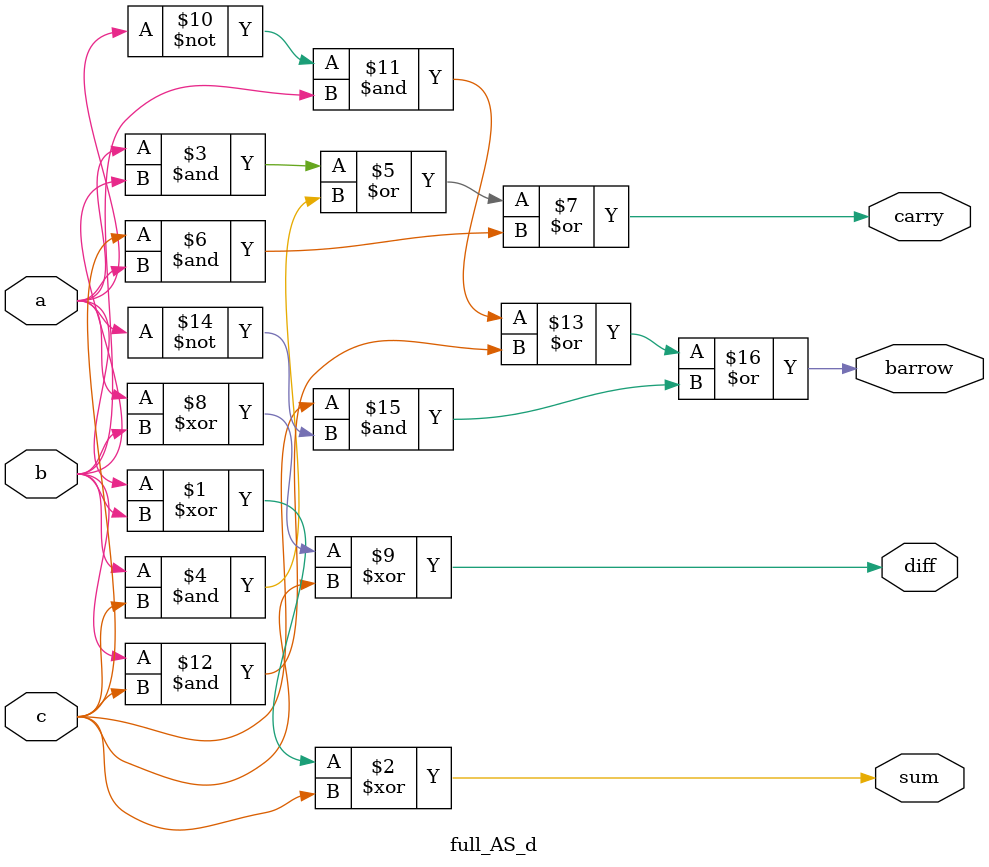
<source format=v>
module Half_adder(a,b,sum,carry);
input a,b;
output sum,carry;
  
assign sum=a^b;
assign carry=a&b;

endmodule


// //full adder using data-flow modeling

module full_adder(a,b,cin,sum,cout);
input a,b,cin;
output sum,cout;

assign sum=a^b^cin;
assign carry=(a&b)|(b & cin)|(cin&a);

endmodule

//Half subtractot  using data flow modeling
module Half_subtractor(a,b, diff,barrow);
input a,b;
output diff, barrow;

assign diff=a^b;
assign barrow=(~a)&b;

endmodule


//full adder using data-flow modeling
module full_AS_d (a,b,c,sum,carry,diff,barrow);
input a,b,c;
output sum,carry,diff,barrow;

assign sum=a^b^c;
assign carry=(a&b)|(b & c)|(c&a);
assign diff=a^b^c;
assign barrow=(~(a)&b)|(b &c)|(c&~(a));

endmodule

</source>
